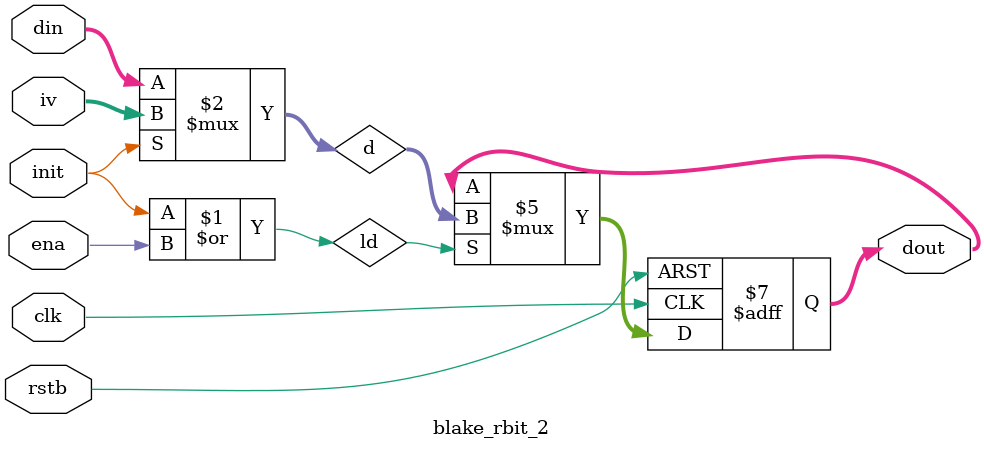
<source format=v>
`timescale 1ns / 10ps

module blake_rbit_2 #(  parameter N = 8 )(
  input          clk  ,
  input          rstb ,
  input          init ,
  input  [N-1:0] iv   ,
  input          ena  ,
  input  [N-1:0] din  ,
  output reg [N-1:0] dout
);

wire ld = init | ena;
wire [N-1:0] d = init? iv: din;

always @(posedge clk or negedge rstb)
begin
  if (~rstb) dout <= {N{1'b0}};
  else if (ld) dout <= d;
end // always

endmodule

</source>
